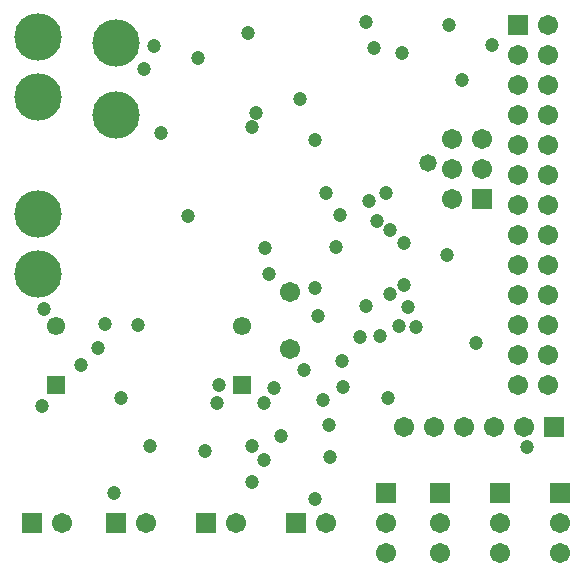
<source format=gbs>
%FSTAX23Y23*%
%MOIN*%
%SFA1B1*%

%IPPOS*%
%ADD57C,0.061150*%
%ADD58R,0.061150X0.061150*%
%ADD59R,0.067060X0.067060*%
%ADD60C,0.067060*%
%ADD61R,0.067060X0.067060*%
%ADD62C,0.158000*%
%ADD63C,0.067060*%
%ADD64C,0.047370*%
%ADD65C,0.058000*%
%LNpaw7-1*%
%LPD*%
G54D57*
X0282Y03858D03*
X022D03*
G54D58*
X0282Y03661D03*
X022D03*
G54D59*
X0374Y0486D03*
X0362Y0428D03*
X0388Y033D03*
X0348D03*
X033D03*
X0368D03*
G54D60*
X0384Y0486D03*
X0374Y0476D03*
X0384D03*
X0374Y0466D03*
X0384D03*
X0374Y0456D03*
X0384D03*
X0374Y0446D03*
X0384D03*
X0374Y0436D03*
X0384D03*
X0374Y0426D03*
X0384D03*
X0374Y0416D03*
X0384D03*
X0374Y0406D03*
X0384D03*
X0374Y0396D03*
X0384D03*
X0374Y0386D03*
X0384D03*
X0374Y0376D03*
X0384D03*
X0374Y0366D03*
X0384D03*
X031Y032D03*
X028D03*
X0222D03*
X025D03*
X0352Y0428D03*
X0362Y0438D03*
X0352D03*
X0362Y0448D03*
X0352D03*
X0376Y0352D03*
X0366D03*
X0356D03*
X0346D03*
X0336D03*
X0388Y032D03*
Y031D03*
X0348Y032D03*
Y031D03*
X033Y032D03*
Y031D03*
X0368Y032D03*
Y031D03*
G54D61*
X03Y032D03*
X027D03*
X0212D03*
X024D03*
X0386Y0352D03*
G54D62*
X0214Y0482D03*
Y0403D03*
Y0462D03*
Y0423D03*
X024Y0456D03*
Y048D03*
G54D63*
X0298Y0378D03*
Y03972D03*
G54D64*
X0351Y0486D03*
X03235Y03925D03*
X034Y03855D03*
X03375Y0392D03*
X0336Y03995D03*
X03215Y0382D03*
X0328Y03825D03*
X03343Y03856D03*
X033Y043D03*
X031D03*
X03065Y03985D03*
X0291Y0403D03*
X03075Y0389D03*
X03315Y03964D03*
X03505Y04095D03*
X0255Y045D03*
X02853Y03337D03*
X03271Y04206D03*
X0326Y04785D03*
X02675Y04752D03*
X02896Y03409D03*
X02739Y03599D03*
X02856Y03458D03*
X02744Y03659D03*
X02341Y03785D03*
X02284Y03728D03*
X03063Y04478D03*
X02493Y04714D03*
X03233Y04869D03*
X02527Y04789D03*
X02854Y0452D03*
X0284Y04835D03*
X03136Y0412D03*
X02363Y03865D03*
X02155Y0359D03*
X03555Y04676D03*
X03149Y04227D03*
X03362Y04134D03*
X03244Y04273D03*
X03315Y04177D03*
X03116Y03422D03*
X03091Y03612D03*
X03112Y03526D03*
X03028Y0371D03*
X03157Y03655D03*
X02951Y0349D03*
X02928Y03652D03*
X02698Y03439D03*
X03156Y03739D03*
X02516Y03456D03*
X02476Y03862D03*
X02897Y04116D03*
X02161Y03913D03*
X0377Y03455D03*
X03309Y03616D03*
X02896Y036D03*
X03064Y03282D03*
X02419Y03616D03*
X03015Y04615D03*
X036Y03802D03*
X02867Y04566D03*
X02395Y03299D03*
X03655Y04795D03*
X03353Y04768D03*
X0264Y04224D03*
G54D65*
X0344Y044D03*
M02*
</source>
